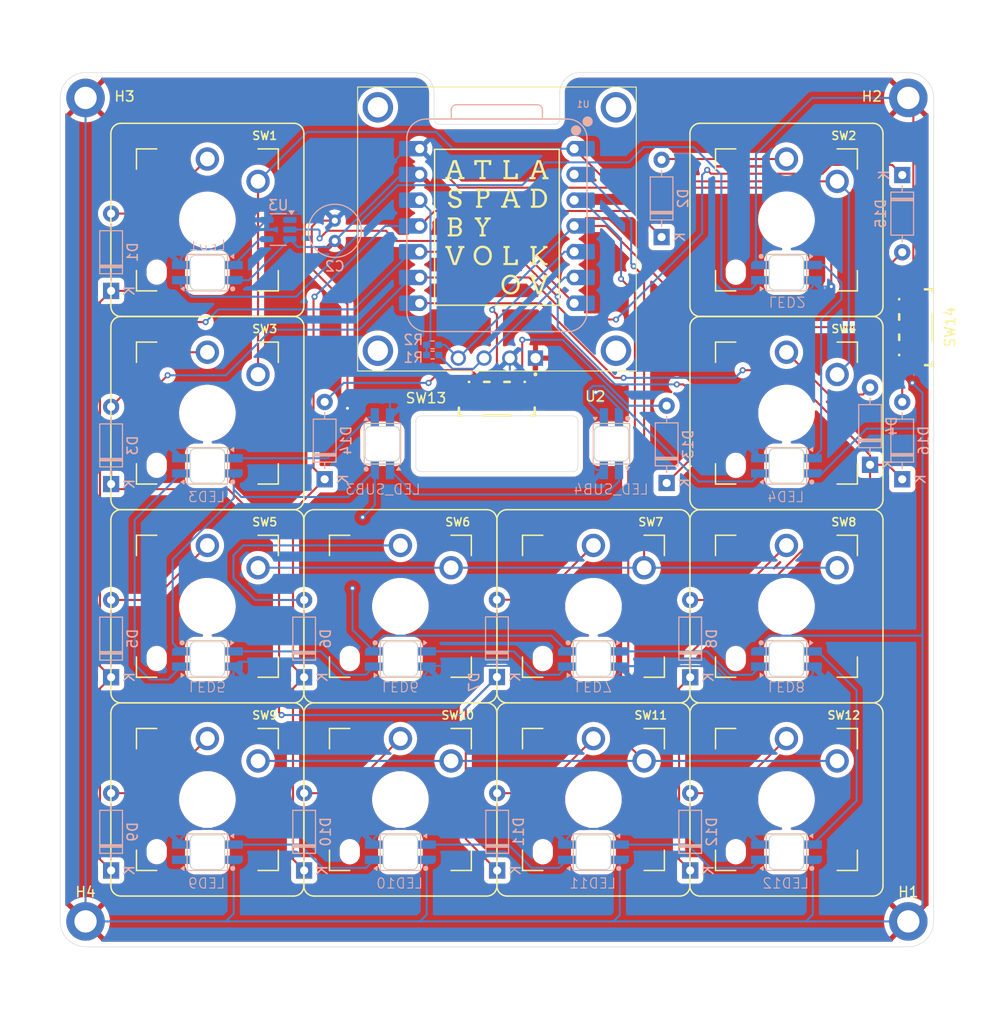
<source format=kicad_pcb>
(kicad_pcb (version 20240108) (generator "pcbnew") (generator_version "8.0")
  (layers (0 "F.Cu" signal) (31 "B.Cu" signal) (34 "B.Paste" user) (35 "F.Paste" user) (36 "B.SilkS" user "B.Silkscreen") (37 "F.SilkS" user "F.Silkscreen") (38 "B.Mask" user) (39 "F.Mask" user) (44 "Edge.Cuts" user))
  (net 0 "")
  (net 1 "Net-(D1-A)")
  (net 2 "ROW0")
  (net 3 "Net-(D2-A)")
  (net 4 "Net-(D3-A)")
  (net 5 "Net-(D4-A)")
  (net 6 "ROW3")
  (net 7 "Net-(D5-A)")
  (net 8 "ROW1")
  (net 9 "Net-(D6-A)")
  (net 10 "Net-(D7-A)")
  (net 11 "Net-(D8-A)")
  (net 12 "Net-(D9-A)")
  (net 13 "ROW2")
  (net 14 "Net-(D10-A)")
  (net 15 "Net-(D11-A)")
  (net 16 "Net-(D12-A)")
  (net 17 "VCC")
  (net 18 "GND")
  (net 19 "COL0")
  (net 20 "COL1")
  (net 21 "COL2")
  (net 22 "SCL")
  (net 23 "LED_DIN")
  (net 24 "SDA")
  (net 26 "Net-(LED1-DOUT)")
  (net 27 "Net-(LED2-DOUT)")
  (net 28 "Net-(LED3-DOUT)")
  (net 29 "Net-(LED4-DOUT)")
  (net 30 "Net-(LED5-DOUT)")
  (net 31 "Net-(D13-A)")
  (net 32 "Net-(LED10-DOUT)")
  (net 33 "COL3")
  (net 34 "LED_DIN_Shifted")
  (net 35 "3V3")
  (net 36 "Net-(D14-A)")
  (net 37 "Net-(LED6-DOUT)")
  (net 38 "Net-(LED7-DOUT)")
  (net 39 "Net-(D15-A)")
  (net 41 "Net-(D16-A)")
  (net 42 "Net-(LED3-DIN)")
  (net 43 "Net-(LED12-DIN)")
  (net 44 "Net-(LED10-DIN)")
  (net 45 "Net-(LED11-DIN)")
  (net 46 "Net-(LED_SUB3-DIN)")
  (footprint "LED_Reversed:SK6812MINI-E-Reverse" (layer "F.Cu") (at 58.7 63.5 -90)
    (property "Reference" "LED_SUB3")
    (property "Value" "SK6812MINIE" (hide yes))
    (fp_line (start 1.2 1.7) (end -1.2 1.7) (stroke (width 0.1)) (layer "Edge.Cuts"))
    (fp_line (start -1.7 1.2) (end -1.7 -1.2) (stroke (width 0.1)) (layer "Edge.Cuts"))
    (fp_line (start 1.7 -1.2) (end 1.7 1.2) (stroke (width 0.1)) (layer "Edge.Cuts"))
    (fp_line (start -1.2 -1.7) (end 1.2 -1.7) (stroke (width 0.1)) (layer "Edge.Cuts"))
    (fp_arc (start -1.2 1.7) (mid -1.553553 1.553553) (end -1.7 1.2) (stroke (width 0.1)) (layer "Edge.Cuts"))
    (fp_arc (start 1.7 1.2) (mid 1.553553 1.553553) (end 1.2 1.7) (stroke (width 0.1)) (layer "Edge.Cuts"))
    (fp_arc (start -1.7 -1.2) (mid -1.553553 -1.553553) (end -1.2 -1.7) (stroke (width 0.1)) (layer "Edge.Cuts"))
    (fp_arc (start 1.2 -1.7) (mid 1.553553 -1.553553) (end 1.7 -1.2) (stroke (width 0.1)) (layer "Edge.Cuts"))
  )
  (footprint "OLED_096_636:AZ_OLED-096-SD1306" (layer "F.Cu") (at 70 42.325 180)
    (property "Reference" "U2")
    (property "Value" "DM-OLED096-636")
  )
  (footprint "Kailh_PG1353_Solderable:Kailh-PG1353-Solderable-1U" (layer "F.Cu") (at 41.425 41.425)
    (property "Reference" "SW1")
    (property "Value" "Keyswitch")
  )
  (footprint "Kailh_PG1353_Solderable:Kailh-PG1353-Solderable-1U" (layer "F.Cu") (at 98.575 60.475)
    (property "Reference" "SW4")
    (property "Value" "Keyswitch")
  )
  (footprint "MountingHole:MountingHole_2.2mm_M2_DIN965_Pad" (layer "F.Cu") (at 110.6 29.4)
    (property "Reference" "H2")
    (property "Value" "MountingHole_Pad")
  )
  (footprint "MountingHole:MountingHole_2.2mm_M2_DIN965_Pad" (layer "F.Cu") (at 29.4 29.4)
    (property "Reference" "H3")
    (property "Value" "MountingHole_Pad")
  )
  (footprint "Kailh_PG1353_Solderable:Kailh-PG1353-Solderable-1U" (layer "F.Cu") (at 60.475 79.525)
    (property "Reference" "SW6")
    (property "Value" "Keyswitch")
  )
  (footprint "Kailh_PG1353_Solderable:Kailh-PG1353-Solderable-1U" (layer "F.Cu") (at 41.425 98.575)
    (property "Reference" "SW9")
    (property "Value" "Keyswitch")
  )
  (footprint "MountingHole:MountingHole_2.2mm_M2_DIN965_Pad" (layer "F.Cu") (at 110.6 110.6)
    (property "Reference" "H1")
    (property "Value" "MountingHole_Pad")
  )
  (footprint "assets:L1Simple" (layer "F.Cu") (at 70 42.15)
    (property "Reference" "G***" (hide yes))
    (property "Value" "LOGO" (hide yes))
  )
  (footprint "EC05E1220203:SW-SMD_EC05E1220203" (layer "F.Cu") (at 70 58 180)
    (property "Reference" "SW13")
    (property "Value" "EC05E1220203")
  )
  (footprint "LED_Reversed:SK6812MINI-E-Reverse" (layer "F.Cu") (at 98.575 84.725 180)
    (property "Reference" "LED8")
    (property "Value" "SK6812MINIE" (hide yes))
    (fp_line (start 1.7 -1.2) (end 1.7 1.2) (stroke (width 0.1)) (layer "Edge.Cuts"))
    (fp_line (start 1.2 1.7) (end -1.2 1.7) (stroke (width 0.1)) (layer "Edge.Cuts"))
    (fp_line (start -1.2 -1.7) (end 1.2 -1.7) (stroke (width 0.1)) (layer "Edge.Cuts"))
    (fp_line (start -1.7 1.2) (end -1.7 -1.2) (stroke (width 0.1)) (layer "Edge.Cuts"))
    (fp_arc (start 1.7 1.2) (mid 1.553553 1.553553) (end 1.2 1.7) (stroke (width 0.1)) (layer "Edge.Cuts"))
    (fp_arc (start 1.2 -1.7) (mid 1.553553 -1.553553) (end 1.7 -1.2) (stroke (width 0.1)) (layer "Edge.Cuts"))
    (fp_arc (start -1.2 1.7) (mid -1.553553 1.553553) (end -1.7 1.2) (stroke (width 0.1)) (layer "Edge.Cuts"))
    (fp_arc (start -1.7 -1.2) (mid -1.553553 -1.553553) (end -1.2 -1.7) (stroke (width 0.1)) (layer "Edge.Cuts"))
  )
  (footprint "Kailh_PG1353_Solderable:Kailh-PG1353-Solderable-1U" (layer "F.Cu") (at 98.575 98.575)
    (property "Reference" "SW12")
    (property "Value" "Keyswitch")
  )
  (footprint "LED_Reversed:SK6812MINI-E-Reverse" (layer "F.Cu") (at 98.575 46.625 180)
    (property "Reference" "LED2")
    (property "Value" "SK6812MINIE" (hide yes))
    (fp_line (start 1.7 -1.2) (end 1.7 1.2) (stroke (width 0.1)) (layer "Edge.Cuts"))
    (fp_line (start 1.2 1.7) (end -1.2 1.7) (stroke (width 0.1)) (layer "Edge.Cuts"))
    (fp_line (start -1.2 -1.7) (end 1.2 -1.7) (stroke (width 0.1)) (layer "Edge.Cuts"))
    (fp_line (start -1.7 1.2) (end -1.7 -1.2) (stroke (width 0.1)) (layer "Edge.Cuts"))
    (fp_arc (start 1.7 1.2) (mid 1.553553 1.553553) (end 1.2 1.7) (stroke (width 0.1)) (layer "Edge.Cuts"))
    (fp_arc (start 1.2 -1.7) (mid 1.553553 -1.553553) (end 1.7 -1.2) (stroke (width 0.1)) (layer "Edge.Cuts"))
    (fp_arc (start -1.2 1.7) (mid -1.553553 1.553553) (end -1.7 1.2) (stroke (width 0.1)) (layer "Edge.Cuts"))
    (fp_arc (start -1.7 -1.2) (mid -1.553553 -1.553553) (end -1.2 -1.7) (stroke (width 0.1)) (layer "Edge.Cuts"))
  )
  (footprint "MountingHole:MountingHole_2.2mm_M2_DIN965_Pad" (layer "F.Cu") (at 29.4 110.6)
    (property "Reference" "H4")
    (property "Value" "MountingHole_Pad")
  )
  (footprint "LED_Reversed:SK6812MINI-E-Reverse" (layer "F.Cu") (at 41.425 103.775)
    (property "Reference" "LED9")
    (property "Value" "SK6812MINIE" (hide yes))
    (fp_line (start -1.7 1.2) (end -1.7 -1.2) (stroke (width 0.1)) (layer "Edge.Cuts"))
    (fp_line (start -1.2 -1.7) (end 1.2 -1.7) (stroke (width 0.1)) (layer "Edge.Cuts"))
    (fp_line (start 1.2 1.7) (end -1.2 1.7) (stroke (width 0.1)) (layer "Edge.Cuts"))
    (fp_line (start 1.7 -1.2) (end 1.7 1.2) (stroke (width 0.1)) (layer "Edge.Cuts"))
    (fp_arc (start -1.7 -1.2) (mid -1.553553 -1.553553) (end -1.2 -1.7) (stroke (width 0.1)) (layer "Edge.Cuts"))
    (fp_arc (start -1.2 1.7) (mid -1.553553 1.553553) (end -1.7 1.2) (stroke (width 0.1)) (layer "Edge.Cuts"))
    (fp_arc (start 1.2 -1.7) (mid 1.553553 -1.553553) (end 1.7 -1.2) (stroke (width 0.1)) (layer "Edge.Cuts"))
    (fp_arc (start 1.7 1.2) (mid 1.553553 1.553553) (end 1.2 1.7) (stroke (width 0.1)) (layer "Edge.Cuts"))
  )
  (footprint "LED_Reversed:SK6812MINI-E-Reverse" (layer "F.Cu") (at 41.425 84.725 180)
    (property "Reference" "LED5")
    (property "Value" "SK6812MINIE" (hide yes))
    (fp_line (start 1.7 -1.2) (end 1.7 1.2) (stroke (width 0.1)) (layer "Edge.Cuts"))
    (fp_line (start 1.2 1.7) (end -1.2 1.7) (stroke (width 0.1)) (layer "Edge.Cuts"))
    (fp_line (start -1.2 -1.7) (end 1.2 -1.7) (stroke (width 0.1)) (layer "Edge.Cuts"))
    (fp_line (start -1.7 1.2) (end -1.7 -1.2) (stroke (width 0.1)) (layer "Edge.Cuts"))
    (fp_arc (start 1.7 1.2) (mid 1.553553 1.553553) (end 1.2 1.7) (stroke (width 0.1)) (layer "Edge.Cuts"))
    (fp_arc (start 1.2 -1.7) (mid 1.553553 -1.553553) (end 1.7 -1.2) (stroke (width 0.1)) (layer "Edge.Cuts"))
    (fp_arc (start -1.2 1.7) (mid -1.553553 1.553553) (end -1.7 1.2) (stroke (width 0.1)) (layer "Edge.Cuts"))
    (fp_arc (start -1.7 -1.2) (mid -1.553553 -1.553553) (end -1.2 -1.7) (stroke (width 0.1)) (layer "Edge.Cuts"))
  )
  (footprint "LED_Reversed:SK6812MINI-E-Reverse" (layer "F.Cu") (at 81.3 63.5 90)
    (property "Reference" "LED_SUB4")
    (property "Value" "SK6812MINIE" (hide yes))
    (fp_line (start -1.2 -1.7) (end 1.2 -1.7) (stroke (width 0.1)) (layer "Edge.Cuts"))
    (fp_line (start 1.7 -1.2) (end 1.7 1.2) (stroke (width 0.1)) (layer "Edge.Cuts"))
    (fp_line (start -1.7 1.2) (end -1.7 -1.2) (stroke (width 0.1)) (layer "Edge.Cuts"))
    (fp_line (start 1.2 1.7) (end -1.2 1.7) (stroke (width 0.1)) (layer "Edge.Cuts"))
    (fp_arc (start 1.2 -1.7) (mid 1.553553 -1.553553) (end 1.7 -1.2) (stroke (width 0.1)) (layer "Edge.Cuts"))
    (fp_arc (start -1.7 -1.2) (mid -1.553553 -1.553553) (end -1.2 -1.7) (stroke (width 0.1)) (layer "Edge.Cuts"))
    (fp_arc (start 1.7 1.2) (mid 1.553553 1.553553) (end 1.2 1.7) (stroke (width 0.1)) (layer "Edge.Cuts"))
    (fp_arc (start -1.2 1.7) (mid -1.553553 1.553553) (end -1.7 1.2) (stroke (width 0.1)) (layer "Edge.Cuts"))
  )
  (footprint "LED_Reversed:SK6812MINI-E-Reverse" (layer "F.Cu") (at 60.475 84.725 180)
    (property "Reference" "LED6")
    (property "Value" "SK6812MINIE" (hide yes))
    (fp_line (start 1.7 -1.2) (end 1.7 1.2) (stroke (width 0.1)) (layer "Edge.Cuts"))
    (fp_line (start 1.2 1.7) (end -1.2 1.7) (stroke (width 0.1)) (layer "Edge.Cuts"))
    (fp_line (start -1.2 -1.7) (end 1.2 -1.7) (stroke (width 0.1)) (layer "Edge.Cuts"))
    (fp_line (start -1.7 1.2) (end -1.7 -1.2) (stroke (width 0.1)) (layer "Edge.Cuts"))
    (fp_arc (start 1.7 1.2) (mid 1.553553 1.553553) (end 1.2 1.7) (stroke (width 0.1)) (layer "Edge.Cuts"))
    (fp_arc (start 1.2 -1.7) (mid 1.553553 -1.553553) (end 1.7 -1.2) (stroke (width 0.1)) (layer "Edge.Cuts"))
    (fp_arc (start -1.2 1.7) (mid -1.553553 1.553553) (end -1.7 1.2) (stroke (width 0.1)) (layer "Edge.Cuts"))
    (fp_arc (start -1.7 -1.2) (mid -1.553553 -1.553553) (end -1.2 -1.7) (stroke (width 0.1)) (layer "Edge.Cuts"))
  )
  (footprint "LED_Reversed:SK6812MINI-E-Reverse" (layer "F.Cu") (at 79.525 84.725 180)
    (property "Reference" "LED7")
    (property "Value" "SK6812MINIE" (hide yes))
    (fp_line (start 1.7 -1.2) (end 1.7 1.2) (stroke (width 0.1)) (layer "Edge.Cuts"))
    (fp_line (start 1.2 1.7) (end -1.2 1.7) (stroke (width 0.1)) (layer "Edge.Cuts"))
    (fp_line (start -1.2 -1.7) (end 1.2 -1.7) (stroke (width 0.1)) (layer "Edge.Cuts"))
    (fp_line (start -1.7 1.2) (end -1.7 -1.2) (stroke (width 0.1)) (layer "Edge.Cuts"))
    (fp_arc (start 1.7 1.2) (mid 1.553553 1.553553) (end 1.2 1.7) (stroke (width 0.1)) (layer "Edge.Cuts"))
    (fp_arc (start 1.2 -1.7) (mid 1.553553 -1.553553) (end 1.7 -1.2) (stroke (width 0.1)) (layer "Edge.Cuts"))
    (fp_arc (start -1.2 1.7) (mid -1.553553 1.553553) (end -1.7 1.2) (stroke (width 0.1)) (layer "Edge.Cuts"))
    (fp_arc (start -1.7 -1.2) (mid -1.553553 -1.553553) (end -1.2 -1.7) (stroke (width 0.1)) (layer "Edge.Cuts"))
  )
  (footprint "LED_Reversed:SK6812MINI-E-Reverse" (layer "F.Cu") (at 41.425 46.625)
    (property "Reference" "LED1")
    (property "Value" "SK6812MINIE" (hide yes))
    (fp_line (start -1.7 1.2) (end -1.7 -1.2) (stroke (width 0.1)) (layer "Edge.Cuts"))
    (fp_line (start -1.2 -1.7) (end 1.2 -1.7) (stroke (width 0.1)) (layer "Edge.Cuts"))
    (fp_line (start 1.2 1.7) (end -1.2 1.7) (stroke (width 0.1)) (layer "Edge.Cuts"))
    (fp_line (start 1.7 -1.2) (end 1.7 1.2) (stroke (width 0.1)) (layer "Edge.Cuts"))
    (fp_arc (start -1.7 -1.2) (mid -1.553553 -1.553553) (end -1.2 -1.7) (stroke (width 0.1)) (layer "Edge.Cuts"))
    (fp_arc (start -1.2 1.7) (mid -1.553553 1.553553) (end -1.7 1.2) (stroke (width 0.1)) (layer "Edge.Cuts"))
    (fp_arc (start 1.2 -1.7) (mid 1.553553 -1.553553) (end 1.7 -1.2) (stroke (width 0.1)) (layer "Edge.Cuts"))
    (fp_arc (start 1.7 1.2) (mid 1.553553 1.553553) (end 1.2 1.7) (stroke (width 0.1)) (layer "Edge.Cuts"))
  )
  (footprint "Kailh_PG1353_Solderable:Kailh-PG1353-Solderable-1U" (layer "F.Cu") (at 98.575 79.525)
    (property "Reference" "SW8")
    (property "Value" "Keyswitch")
  )
  (footprint "LED_Reversed:SK6812MINI-E-Reverse" (layer "F.Cu") (at 98.575 65.675)
    (property "Reference" "LED4")
    (property "Value" "SK6812MINIE" (hide yes))
    (fp_line (start -1.7 1.2) (end -1.7 -1.2) (stroke (width 0.1)) (layer "Edge.Cuts"))
    (fp_line (start -1.2 -1.7) (end 1.2 -1.7) (stroke (width 0.1)) (layer "Edge.Cuts"))
    (fp_line (start 1.2 1.7) (end -1.2 1.7) (stroke (width 0.1)) (layer "Edge.Cuts"))
    (fp_line (start 1.7 -1.2) (end 1.7 1.2) (stroke (width 0.1)) (layer "Edge.Cuts"))
    (fp_arc (start -1.7 -1.2) (mid -1.553553 -1.553553) (end -1.2 -1.7) (stroke (width 0.1)) (layer "Edge.Cuts"))
    (fp_arc (start -1.2 1.7) (mid -1.553553 1.553553) (end -1.7 1.2) (stroke (width 0.1)) (layer "Edge.Cuts"))
    (fp_arc (start 1.2 -1.7) (mid 1.553553 -1.553553) (end 1.7 -1.2) (stroke (width 0.1)) (layer "Edge.Cuts"))
    (fp_arc (start 1.7 1.2) (mid 1.553553 1.553553) (end 1.2 1.7) (stroke (width 0.1)) (layer "Edge.Cuts"))
  )
  (footprint "Kailh_PG1353_Solderable:Kailh-PG1353-Solderable-1U" (layer "F.Cu") (at 41.425 79.525)
    (property "Reference" "SW5")
    (property "Value" "Keyswitch")
  )
  (footprint "Kailh_PG1353_Solderable:Kailh-PG1353-Solderable-1U" (layer "F.Cu") (at 41.425 60.475)
    (property "Reference" "SW3")
    (property "Value" "Keyswitch")
  )
  (footprint "LED_Reversed:SK6812MINI-E-Reverse" (layer "F.Cu") (at 79.525 103.775)
    (property "Reference" "LED11")
    (property "Value" "SK6812MINIE" (hide yes))
    (fp_line (start -1.7 1.2) (end -1.7 -1.2) (stroke (width 0.1)) (layer "Edge.Cuts"))
    (fp_line (start -1.2 -1.7) (end 1.2 -1.7) (stroke (width 0.1)) (layer "Edge.Cuts"))
    (fp_line (start 1.2 1.7) (end -1.2 1.7) (stroke (width 0.1)) (layer "Edge.Cuts"))
    (fp_line (start 1.7 -1.2) (end 1.7 1.2) (stroke (width 0.1)) (layer "Edge.Cuts"))
    (fp_arc (start -1.7 -1.2) (mid -1.553553 -1.553553) (end -1.2 -1.7) (stroke (width 0.1)) (layer "Edge.Cuts"))
    (fp_arc (start -1.2 1.7) (mid -1.553553 1.553553) (end -1.7 1.2) (stroke (width 0.1)) (layer "Edge.Cuts"))
    (fp_arc (start 1.2 -1.7) (mid 1.553553 -1.553553) (end 1.7 -1.2) (stroke (width 0.1)) (layer "Edge.Cuts"))
    (fp_arc (start 1.7 1.2) (mid 1.553553 1.553553) (end 1.2 1.7) (stroke (width 0.1)) (layer "Edge.Cuts"))
  )
  (footprint "EC05E1220203:SW-SMD_EC05E1220203" (layer "F.Cu") (at 110.3 52 -90)
    (property "Reference" "SW14")
    (property "Value" "EC05E1220203")
  )
  (footprint "Kailh_PG1353_Solderable:Kailh-PG1353-Solderable-1U" (layer "F.Cu") (at 79.525 98.575)
    (property "Reference" "SW11")
    (property "Value" "Keyswitch")
  )
  (footprint "LED_Reversed:SK6812MINI-E-Reverse" (layer "F.Cu") (at 98.575 103.775)
    (property "Reference" "LED12")
    (property "Value" "SK6812MINIE" (hide yes))
    (fp_line (start -1.7 1.2) (end -1.7 -1.2) (stroke (width 0.1)) (layer "Edge.Cuts"))
    (fp_line (start -1.2 -1.7) (end 1.2 -1.7) (stroke (width 0.1)) (layer "Edge.Cuts"))
    (fp_line (start 1.2 1.7) (end -1.2 1.7) (stroke (width 0.1)) (layer "Edge.Cuts"))
    (fp_line (start 1.7 -1.2) (end 1.7 1.2) (stroke (width 0.1)) (layer "Edge.Cuts"))
    (fp_arc (start -1.7 -1.2) (mid -1.553553 -1.553553) (end -1.2 -1.7) (stroke (width 0.1)) (layer "Edge.Cuts"))
    (fp_arc (start -1.2 1.7) (mid -1.553553 1.553553) (end -1.7 1.2) (stroke (width 0.1)) (layer "Edge.Cuts"))
    (fp_arc (start 1.2 -1.7) (mid 1.553553 -1.553553) (end 1.7 -1.2) (stroke (width 0.1)) (layer "Edge.Cuts"))
    (fp_arc (start 1.7 1.2) (mid 1.553553 1.553553) (end 1.2 1.7) (stroke (width 0.1)) (layer "Edge.Cuts"))
  )
  (footprint "Kailh_PG1353_Solderable:Kailh-PG1353-Solderable-1U" (layer "F.Cu") (at 79.525 79.525)
    (property "Reference" "SW7")
    (property "Value" "Keyswitch")
  )
  (footprint "LED_Reversed:SK6812MINI-E-Reverse" (layer "F.Cu") (at 41.425 65.675)
    (property "Reference" "LED3")
    (property "Value" "SK6812MINIE" (hide yes))
    (fp_line (start -1.7 1.2) (end -1.7 -1.2) (stroke (width 0.1)) (layer "Edge.Cuts"))
    (fp_line (start -1.2 -1.7) (end 1.2 -1.7) (stroke (width 0.1)) (layer "Edge.Cuts"))
    (fp_line (start 1.2 1.7) (end -1.2 1.7) (stroke (width 0.1)) (layer "Edge.Cuts"))
    (fp_line (start 1.7 -1.2) (end 1.7 1.2) (stroke (width 0.1)) (layer "Edge.Cuts"))
    (fp_arc (start -1.7 -1.2) (mid -1.553553 -1.553553) (end -1.2 -1.7) (stroke (width 0.1)) (layer "Edge.Cuts"))
    (fp_arc (start -1.2 1.7) (mid -1.553553 1.553553) (end -1.7 1.2) (stroke (width 0.1)) (layer "Edge.Cuts"))
    (fp_arc (start 1.2 -1.7) (mid 1.553553 -1.553553) (end 1.7 -1.2) (stroke (width 0.1)) (layer "Edge.Cuts"))
    (fp_arc (start 1.7 1.2) (mid 1.553553 1.553553) (end 1.2 1.7) (stroke (width 0.1)) (layer "Edge.Cuts"))
  )
  (footprint "LED_Reversed:SK6812MINI-E-Reverse" (layer "F.Cu") (at 60.475 103.775)
    (property "Reference" "LED10")
    (property "Value" "SK6812MINIE" (hide yes))
    (fp_line (start -1.7 1.2) (end -1.7 -1.2) (stroke (width 0.1)) (layer "Edge.Cuts"))
    (fp_line (start -1.2 -1.7) (end 1.2 -1.7) (stroke (width 0.1)) (layer "Edge.Cuts"))
    (fp_line (start 1.2 1.7) (end -1.2 1.7) (stroke (width 0.1)) (layer "Edge.Cuts"))
    (fp_line (start 1.7 -1.2) (end 1.7 1.2) (stroke (width 0.1)) (layer "Edge.Cuts"))
    (fp_arc (start -1.7 -1.2) (mid -1.553553 -1.553553) (end -1.2 -1.7) (stroke (width 0.1)) (layer "Edge.Cuts"))
    (fp_arc (start -1.2 1.7) (mid -1.553553 1.553553) (end -1.7 1.2) (stroke (width 0.1)) (layer "Edge.Cuts"))
    (fp_arc (start 1.2 -1.7) (mid 1.553553 -1.553553) (end 1.7 -1.2) (stroke (width 0.1)) (layer "Edge.Cuts"))
    (fp_arc (start 1.7 1.2) (mid 1.553553 1.553553) (end 1.2 1.7) (stroke (width 0.1)) (layer "Edge.Cuts"))
  )
  (footprint "Kailh_PG1353_Solderable:Kailh-PG1353-Solderable-1U" (layer "F.Cu") (at 98.575 41.425)
    (property "Reference" "SW2")
    (property "Value" "Keyswitch")
  )
  (footprint "Kailh_PG1353_Solderable:Kailh-PG1353-Solderable-1U" (layer "F.Cu") (at 60.475 98.575)
    (property "Reference" "SW10")
    (property "Value" "Keyswitch")
  )
  (footprint "Diode_THT:D_DO-35_SOD27_P7.62mm_Horizontal" (layer "B.Cu") (at 50.975 105.575 90)
    (property "Reference" "D10")
    (property "Value" "1N4148")
  )
  (footprint "Diode_THT:D_DO-35_SOD27_P7.62mm_Horizontal" (layer "B.Cu") (at 86.75 67.37 90)
    (property "Reference" "D13")
    (property "Value" "1N4148")
  )
  (footprint "Diode_THT:D_DO-35_SOD27_P7.62mm_Horizontal" (layer "B.Cu") (at 89.075 86.525 90)
    (property "Reference" "D8")
    (property "Value" "1N4148")
  )
  (footprint "Diode_THT:D_DO-35_SOD27_P7.62mm_Horizontal" (layer "B.Cu") (at 89.075 105.575 90)
    (property "Reference" "D12")
    (property "Value" "1N4148")
  )
  (footprint "Diode_THT:D_DO-35_SOD27_P7.62mm_Horizontal" (layer "B.Cu") (at 31.925 86.525 90)
    (property "Reference" "D5")
    (property "Value" "1N4148")
  )
  (footprint "Diode_THT:D_DO-35_SOD27_P7.62mm_Horizontal" (layer "B.Cu") (at 53 67 90)
    (property "Reference" "D14")
    (property "Value" "1N4148")
  )
  (footprint "Diode_THT:D_DO-35_SOD27_P7.62mm_Horizontal" (layer "B.Cu") (at 110 37 -90)
    (property "Reference" "D15")
    (property "Value" "1N4148")
  )
  (footprint "Diode_THT:D_DO-35_SOD27_P7.62mm_Horizontal" (layer "B.Cu") (at 31.925 105.575 90)
    (property "Reference" "D9")
    (property "Value" "1N4148")
  )
  (footprint "Resistor_SMD:R_0402_1005Metric_Pad0.72x0.64mm_HandSolder" (layer "B.Cu") (at 63.6525 54.75)
    (property "Reference" "R1")
    (property "Value" "10k")
  )
  (footprint "Diode_THT:D_DO-35_SOD27_P7.62mm_Horizontal" (layer "B.Cu") (at 31.925 48.425 90)
    (property "Reference" "D1")
    (property "Value" "1N4148")
  )
  (footprint "Diode_THT:D_DO-35_SOD27_P7.62mm_Horizontal" (layer "B.Cu") (at 70.025 105.575 90)
    (property "Reference" "D11")
    (property "Value" "1N4148")
  )
  (footprint "Package_TO_SOT_SMD:SOT-23-5" (layer "B.Cu") (at 48.425 42.375 180)
    (property "Reference" "U3")
    (property "Value" "SN74LV1T34DBV")
  )
  (footprint "Diode_THT:D_DO-35_SOD27_P7.62mm_Horizontal" (layer "B.Cu") (at 106.825 65.575 90)
    (property "Reference" "D4")
    (property "Value" "1N4148")
  )
  (footprint "Diode_THT:D_DO-35_SOD27_P7.62mm_Horizontal" (layer "B.Cu") (at 70 86.5 90)
    (property "Reference" "D7")
    (property "Value" "1N4148")
  )
  (footprint "Diode_THT:D_DO-35_SOD27_P7.62mm_Horizontal" (layer "B.Cu") (at 86.25 43.12 90)
    (property "Reference" "D2")
    (property "Value" "1N4148")
  )
  (footprint "Seeed Studio XIAO Series Library:XIAO-RP2040-DIP" (layer "B.Cu") (at 70 42.025 180)
    (property "Reference" "U1")
    (property "Value" "XIAO-RP2040-DIP")
  )
  (footprint "Diode_THT:D_DO-35_SOD27_P7.62mm_Horizontal" (layer "B.Cu") (at 50.975 86.525 90)
    (property "Reference" "D6")
    (property "Value" "1N4148")
  )
  (footprint "Resistor_SMD:R_0402_1005Metric_Pad0.72x0.64mm_HandSolder" (layer "B.Cu") (at 63.6525 53.75)
    (property "Reference" "R2")
    (property "Value" "10k")
  )
  (footprint "Diode_THT:D_DO-35_SOD27_P7.62mm_Horizontal" (layer "B.Cu") (at 110 67 90)
    (property "Reference" "D16")
    (property "Value" "1N4148")
  )
  (footprint "Capacitor_THT:C_Radial_D5.0mm_H7.0mm_P2.00mm" (layer "B.Cu") (at 54 43.5 90)
    (property "Reference" "C2")
    (property "Value" "22uF")
  )
  (footprint "Diode_THT:D_DO-35_SOD27_P7.62mm_Horizontal" (layer "B.Cu") (at 31.925 67.475 90)
    (property "Reference" "D3")
    (property "Value" "1N4148")
  )
  (gr_arc (start 77.5 60.75) (mid 77.853553 60.896447) (end 78 61.25) (stroke (width 0.05)) (layer "Edge.Cuts"))
  (gr_arc (start 29.4 113.1) (mid 27.632233 112.367767) (end 26.9 110.6) (stroke (width 0.05)) (layer "Edge.Cuts"))
  (gr_arc (start 110.6 26.9) (mid 112.367767 27.632233) (end 113.1 29.4) (stroke (width 0.05)) (layer "Edge.Cuts"))
  (gr_arc (start 78 65.75) (mid 77.853553 66.103553) (end 77.5 66.25) (stroke (width 0.05)) (layer "Edge.Cuts"))
  (gr_line (start 61.8 26.9) (end 29.4 26.9) (stroke (width 0.05)) (layer "Edge.Cuts"))
  (gr_line (start 110.6 113.1) (end 29.4 113.1) (stroke (width 0.05)) (layer "Edge.Cuts"))
  (gr_arc (start 64.3 32) (mid 63.946447 31.853553) (end 63.8 31.5) (stroke (width 0.05)) (layer "Edge.Cuts"))
  (gr_line (start 75.7 32) (end 64.3 32) (stroke (width 0.05)) (layer "Edge.Cuts"))
  (gr_arc (start 76.2 31.5) (mid 76.053553 31.853553) (end 75.7 32) (stroke (width 0.05)) (layer "Edge.Cuts"))
  (gr_line (start 26.9 110.6) (end 26.9 29.4) (stroke (width 0.05)) (layer "Edge.Cuts"))
  (gr_line (start 63.8 28.9) (end 63.8 31.5) (stroke (width 0.05)) (layer "Edge.Cuts"))
  (gr_line (start 76.2 28.9) (end 76.2 31.5) (stroke (width 0.05)) (layer "Edge.Cuts"))
  (gr_line (start 113.1 29.4) (end 113.1 110.6) (stroke (width 0.05)) (layer "Edge.Cuts"))
  (gr_line (start 78 61.25) (end 78 65.75) (stroke (width 0.05)) (layer "Edge.Cuts"))
  (gr_line (start 62.5 60.75) (end 77.5 60.75) (stroke (width 0.05)) (layer "Edge.Cuts"))
  (gr_arc (start 61.8 26.9) (mid 63.214214 27.485786) (end 63.8 28.9) (stroke (width 0.05)) (layer "Edge.Cuts"))
  (gr_arc (start 113.1 110.6) (mid 112.367767 112.367767) (end 110.6 113.1) (stroke (width 0.05)) (layer "Edge.Cuts"))
  (gr_arc (start 26.9 29.4) (mid 27.632233 27.632233) (end 29.4 26.9) (stroke (width 0.05)) (layer "Edge.Cuts"))
  (gr_arc (start 62.5 66.25) (mid 62.146447 66.103553) (end 62 65.75) (stroke (width 0.05)) (layer "Edge.Cuts"))
  (gr_arc (start 76.2 28.9) (mid 76.785786 27.485786) (end 78.2 26.9) (stroke (width 0.05)) (layer "Edge.Cuts"))
  (gr_line (start 110.6 26.9) (end 78.2 26.9) (stroke (width 0.05)) (layer "Edge.Cuts"))
  (gr_line (start 77.5 66.25) (end 62.5 66.25) (stroke (width 0.05)) (layer "Edge.Cuts"))
  (gr_line (start 62 65.75) (end 62 61.25) (stroke (width 0.05)) (layer "Edge.Cuts"))
  (gr_arc (start 62 61.25) (mid 62.146447 60.896447) (end 62.5 60.75) (stroke (width 0.05)) (layer "Edge.Cuts"))
  (segment (start 31.925 40.805) (end 36.045 40.805) (width 0.2) (layer "F.Cu") (net 1))
  (segment (start 36.045 40.805) (end 41.425 35.425) (width 0.2) (layer "F.Cu") (net 1))
  (segment (start 89.25 64.87) (end 89.25 58.5) (width 0.2) (layer "F.Cu") (net 2))
  (segment (start 38.5 51.5) (end 41.25 51.5) (width 0.2) (layer "F.Cu") (net 2))
  (segment (start 31.925 86.525) (end 30.825 85.425) (width 0.2) (layer "F.Cu") (net 2))
  (segment (start 35.425 48.425) (end 38.5 51.5) (width 0.2) (layer "F.Cu") (net 2))
  (segment (start 30.825 87.625) (end 31.925 86.525) (width 0.2) (layer "F.Cu") (net 2))
  (segment (start 30.825 49.525) (end 31.925 48.425) (width 0.2) (layer "F.Cu") (net 2))
  (segment (start 89.25 58.5) (end 88.4 57.65) (width 0.2) (layer "F.Cu") (net 2))
  (segment (start 88.4 57.65) (end 87.75 57.65) (width 0.2) (layer "F.Cu") (net 2))
  (segment (start 30.825 104.475) (end 30.825 87.625) (width 0.2) (layer "F.Cu") (net 2))
  (segment (start 86.75 67.37) (end 89.25 64.87) (width 0.2) (layer "F.Cu") (net 2))
  (segment (start 62.38 44.565) (end 71.565 44.565) (width 0.2) (layer "F.Cu") (net 2))
  (segment (start 30.825 85.425) (end 30.825 49.525) (width 0.2) (layer "F.Cu") (net 2))
  (segment (start 32 105.65) (end 32 106) (width 0.2) (layer "F.Cu") (net 2))
  (segment (start 31.925 105.575) (end 30.825 104.475) (width 0.2) (layer "F.Cu") (net 2))
  (segment (start 31.925 48.425) (end 35.425 48.425) (width 0.2) (layer "F.Cu") (net 2))
  (segment (start 71.565 44.565) (end 76 49) (width 0.2) (layer "F.Cu") (net 2))
  (segment (start 31.925 105.575) (end 32 105.65) (width 0.2) (layer "F.Cu") (net 2))
  (via (at 87.75 57.65) (size 0.6) (drill 0.3) (layers "F.Cu" "B.Cu") (net 2))
  (via (at 76 49) (size 0.6) (drill 0.3) (layers "F.Cu" "B.Cu") (net 2))
  (via (at 41.25 51.5) (size 0.6) (drill 0.3) (layers "F.Cu" "B.Cu") (net 2))
  (segment (start 41.25 51.5) (end 42.5 50.25) (width 0.2) (layer "B.Cu") (net 2))
  (segment (start 81.65 57.65) (end 87.75 57.65) (width 0.2) (layer "B.Cu") (net 2))
  (segment (start 55.86 50.25) (end 61.545 44.565) (width 0.2) (layer "B.Cu") (net 2))
  (segment (start 76 49) (end 76 52) (width 0.2) (layer "B.Cu") (net 2))
  (segment (start 42.5 50.25) (end 55.86 50.25) (width 0.2) (layer "B.Cu") (net 2))
  (segment (start 76 52) (end 81.65 57.65) (width 0.2) (layer "B.Cu") (net 2))
  (segment (start 86.325 35.425) (end 86.25 35.5) (width 0.2) (layer "F.Cu") (net 3))
  (segment (start 98.575 35.425) (end 86.325 35.425) (width 0.2) (layer "F.Cu") (net 3))
  (segment (start 37.305 54.475) (end 41.425 54.475) (width 0.2) (layer "F.Cu") (net 4))
  (segment (start 31.925 59.855) (end 37.305 54.475) (width 0.2) (layer "F.Cu") (net 4))
  (segment (start 106.825 57.955) (end 106.13061 58.64939) (width 0.2) (layer "F.Cu") (net 5))
  (segment (start 102.74939 58.64939) (end 98.575 54.475) (width 0.2) (layer "F.Cu") (net 5))
  (segment (start 106.13061 58.64939) (end 102.74939 58.64939) (width 0.2) (layer "F.Cu") (net 5))
  (segment (start 89.075 105.575) (end 87.975 104.475) (width 0.2) (layer "F.Cu") (net 6))
  (segment (start 97.65061 76.5) (end 106.825 67.32561) (width 0.2) (layer "F.Cu") (net 6))
  (segment (start 87.975 104.475) (end 87.975 87.625) (width 0.2) (layer "F.Cu") (net 6))
  (segment (start 94.25 56.25) (end 98.451219 56.25) (width 0.2) (layer "F.Cu") (net 6))
  (segment (start 81.629415 57) (end 82.5 57) (width 0.2) (layer "F.Cu") (net 6))
  (segment (start 87.975 87.625) (end 89.075 86.525) (width 0.2) (layer "F.Cu") (net 6))
  (segment (start 106.825 64.623781) (end 106.825 65.575) (width 0.2) (layer "F.Cu") (net 6))
  (segment (start 62.38 49.645) (end 74.274415 49.645) (width 0.2) (layer "F.Cu") (net 6))
  (segment (start 89.075 84.175) (end 96.75 76.5) (width 0.2) (layer "F.Cu") (net 6))
  (segment (start 106.825 65.575) (end 108.575 65.575) (width 0.2) (layer "F.Cu") (net 6))
  (segment (start 89.075 86.525) (end 89.075 84.175) (width 0.2) (layer "F.Cu") (net 6))
  (segment (start 108.575 65.575) (end 110 67) (width 0.2) (layer "F.Cu") (net 6))
  (segment (start 74.274415 49.645) (end 81.629415 57) (width 0.2) (layer "F.Cu") (net 6))
  (segment (start 106.825 67.32561) (end 106.825 65.575) (width 0.2) (layer "F.Cu") (net 6))
  (segment (start 96.75 76.5) (end 97.65061 76.5) (width 0.2) (layer "F.Cu") (net 6))
  (segment (start 98.451219 56.25) (end 106.825 64.623781) (width 0.2) (layer "F.Cu") (net 6))
  (via (at 82.5 57) (size 0.6) (drill 0.3) (layers "F.Cu" "B.Cu") (net 6))
  (via (at 94.25 56.25) (size 0.6) (drill 0.3) (layers "F.Cu" "B.Cu") (net 6))
  (segment (start 94.25 56.25) (end 93.5 57) (width 0.2) (layer "B.Cu") (net 6))
  (segment (start 93.5 57) (end 82.5 57) (width 0.2) (layer "B.Cu") (net 6))
  (segment (start 31.925 78.905) (end 36.045 78.905) (width 0.2) (layer "F.Cu") (net 7))
  (segment (start 36.045 78.905) (end 41.425 73.525) (width 0.2) (layer "F.Cu") (net 7))
  (segment (start 49.875 104.475) (end 49.875 87.625) (width 0.2) (layer "F.Cu") (net 8))
  (segment (start 49.875 85.425) (end 49.875 70.125) (width 0.2) (layer "F.Cu") (net 8))
  (segment (start 50.975 86.525) (end 49.875 85.425) (width 0.2) (layer "F.Cu") (net 8))
  (segment (start 51.9 49.1) (end 52 49) (width 0.2) (layer "F.Cu") (net 8))
  (segment (start 53 67) (end 51.9 65.9) (width 0.2) (layer "F.Cu") (net 8))
  (segment (start 51.9 65.9) (end 51.9 49.1) (width 0.2) (layer "F.Cu") (net 8))
  (segment (start 83.677 40.547) (end 63.858 40.547) (width 0.2) (layer "F.Cu") (net 8))
  (segment (start 63.858 40.547) (end 62.38 42.025) (width 0.2) (layer "F.Cu") (net 8))
  (segment (start 49.875 87.625) (end 50.975 86.525) (width 0.2) (layer "F.Cu") (net 8))
  (segment (start 49.875 70.125) (end 53 67) (width 0.2) (layer "F.Cu") (net 8))
  (segment (start 50.975 105.575) (end 49.875 104.475) (width 0.2) (layer "F.Cu") (net 8))
  (segment (start 86.25 43.12) (end 83.677 40.547) (width 0.2) (layer "F.Cu") (net 8))
  (via (at 52 49) (size 0.6) (drill 0.3) (layers "F.Cu" "B.Cu") (net 8))
  (segment (start 58.975 42.025) (end 62.38 42.025) (width 0.2) (layer "B.Cu") (net 8))
  (segment (start 52 49) (end 58.975 42.025) (width 0.2) (layer "B.Cu") (net 8))
  (segment (start 44.975 73.525) (end 44 74.5) (width 0.2) (layer "B.Cu") (net 9))
  (segment (start 44.975 73.525) (end 60.475 73.525) (width 0.2) (layer "B.Cu") (net 9))
  (segment (start 46.155 78.905) (end 50.975 78.905) (width 0.2) (layer "B.Cu") (net 9))
  (segment (start 44 74.5) (end 44 76.75) (width 0.2) (layer "B.Cu") (net 9))
  (segment (start 44 76.75) (end 46.155 78.905) (width 0.2) (layer "B.Cu") (net 9))
  (segment (start 74.17 78.88) (end 79.525 73.525) (width 0.2) (layer "F.Cu") (net 10))
  (segment (start 70 78.88) (end 74.17 78.88) (width 0.2) (layer "F.Cu") (net 10))
  (segment (start 89.075 78.905) (end 93.195 78.905) (width 0.2) (layer "F.Cu") (net 11))
  (segment (start 93.195 78.905) (end 98.575 73.525) (width 0.2) (layer "F.Cu") (net 11))
  (segment (start 36.045 97.955) (end 41.425 92.575) (width 0.2) (layer "F.Cu") (net 12))
  (segment (start 31.925 97.955) (end 36.045 97.955) (width 0.2) (layer "F.Cu") (net 12))
  (segment (start 103 36) (end 102.125 36.875) (width 0.2) (layer "F.Cu") (net 13))
  (segment (start 110 37) (end 109 36) (width 0.2) (layer "F.Cu") (net 13))
  (segment (start 91.125008 36.875) (end 90.750008 36.5) (width 0.2) (layer "F.Cu") (net 13))
  (segment (start 31.925 67.475) (end 32.425 67.975) (width 0.2) (layer "F.Cu") (net 13))
  (segment (start 70.025 105.575) (end 66.925 102.475) (width 0.2) (layer "F.Cu") (net 13))
  (segment (start 73.185761 47.105) (end 77.330761 51.25) (width 0.2) (layer "F.Cu") (net 13))
  (segment (start 66.925 102.475) (end 66.925 89.575) (width 0.2) (layer "F.Cu") (net 13))
  (segment (start 32.425 67.975) (end 43.475 67.975) (width 0.2) (layer "F.Cu") (net 13))
  (segment (start 48.5 90) (end 48.75 90.25) (width 0.2) (layer "F.Cu") (net 13))
  (segment (start 109 36) (end 103 36) (width 0.2) (layer "F.Cu") (net 13))
  (segment (start 48.5 73) (end 48.5 90) (width 0.2) (layer "F.Cu") (net 13))
  (segment (start 43.475 67.975) (end 48.5 73) (width 0.2) (layer "F.Cu") (net 13))
  (segment (start 66.925 89.575) (end 70 86.5) (width 0.2) (layer "F.Cu") (net 13))
  (segment (start 62.38 47.105) (end 73.185761 47.105) (width 0.2) (layer "F.Cu") (net 13))
  (segment (start 31.925 67.475) (end 31.925 62.325) (width 0.2) (layer "F.Cu") (net 13))
  (segment (start 77.330761 51.25) (end 81.75 51.25) (width 0.2) (layer "F.Cu") (net 13))
  (segment (start 31.925 62.325) (end 37.5 56.75) (width 0.2) (layer "F.Cu") (net 13))
  (segment (start 102.125 36.875) (end 91.125008 36.875) (width 0.2) (layer "F.Cu") (net 13))
  (via (at 37.5 56.75) (size 0.6) (drill 0.3) (layers "F.Cu" "B.Cu") (net 13))
  (via (at 48.75 90.25) (size 0.6) (drill 0.3) (layers "F.Cu" "B.Cu") (net 13))
  (via (at 81.75 51.25) (size 0.6) (drill 0.3) (layers "F.Cu" "B.Cu") (net 13))
  (via (at 90.750008 36.5) (size 0.6) (drill 0.3) (layers "F.Cu" "B.Cu") (net 13))
  (segment (start 43.25 56.75) (end 47.75 52.25) (width 0.2) (layer "B.Cu") (net 13))
  (segment (start 90.25 37.000008) (end 90.750008 36.5) (width 0.2) (layer "B.Cu") (net 13))
  (segment (start 56.4 52.25) (end 61.545 47.105) (width 0.2) (layer "B.Cu") (net 13))
  (segment (start 90.25 42.75) (end 90.25 37.000008) (width 0.2) (layer "B.Cu") (net 13))
  (segment (start 81.75 51.25) (end 90.25 42.75) (width 0.2) (layer "B.Cu") (net 13))
  (segment (start 48.75 90.25) (end 66.25 90.25) (width 0.2) (layer "B.Cu") (net 13))
  (segment (start 37.5 56.75) (end 43.25 56.75) (width 0.2) (layer "B.Cu") (net 13))
  (segment (start 47.75 52.25) (end 56.4 52.25) (width 0.2) (layer "B.Cu") (net 13))
  (segment (start 66.25 90.25) (end 70 86.5) (width 0.2) (layer "B.Cu") (net 13))
  (segment (start 55.095 97.955) (end 60.475 92.575) (width 0.2) (layer "F.Cu") (net 14))
  (segment (start 50.975 97.955) (end 55.095 97.955) (width 0.2) (layer "F.Cu") (net 14))
  (segment (start 70.025 97.955) (end 74.145 97.955) (width 0.2) (layer "F.Cu") (net 15))
  (segment (start 74.145 97.955) (end 79.525 92.575) (width 0.2) (layer "F.Cu") (net 15))
  (segment (start 93.195 97.955) (end 98.575 92.575) (width 0.2) (layer "F.Cu") (net 16))
  (segment (start 89.075 97.955) (end 93.195 97.955) (width 0.2) (layer "F.Cu") (net 16))
  (segment (start 51.724999 46.224999) (end 55.25 49.75) (width 0.2) (layer "F.Cu") (net 17))
  (segment (start 66.225 38.25) (end 101.25 38.25) (width 0.2) (layer "F.Cu") (net 17))
  (segment (start 51.724999 42.10576) (end 51.724999 46.224999) (width 0.2) (layer "F.Cu") (net 17))
  (segment (start 62.38 34.405) (end 66.225 38.25) (width 0.2) (layer "F.Cu") (net 17))
  (segment (start 103 40) (end 103 48) (width 0.2) (layer "F.Cu") (net 17))
  (segment (start 101.25 38.25) (end 103 40) (width 0.2) (layer "F.Cu") (net 17))
  (segment (start 54 41.5) (end 52.330759 41.5) (width 0.2) (layer "F.Cu") (net 17))
  (segment (start 55.25 49.75) (end 55.25 60) (width 0.2) (layer "F.Cu") (net 17))
  (segment (start 52.330759 41.5) (end 51.724999 42.10576) (width 0.2) (layer "F.Cu") (net 17))
  (via (at 55.25 60) (size 0.6) (drill 0.3) (layers "F.Cu" "B.Cu") (net 17))
  (via (at 103 48) (size 0.6) (drill 0.3) (layers "F.Cu" "B.Cu") (net 17))
  (segment (start 58.75 58.75) (end 56.5 58.75) (width 0.2) (layer "B.Cu") (net 17))
  (segment (start 54.537852 87.037852) (end 62.122148 87.037852) (width 0.2) (layer "B.Cu") (net 17))
  (segment (start 95.675 64.625) (end 95.975 64.925) (width 0.2) (layer "B.Cu") (net 17))
  (segment (start 63.075 86.085) (end 63.075 85.475) (width 0.2) (layer "B.Cu") (net 17))
  (segment (start 103 48) (end 101.8 48) (width 0.2) (layer "B.Cu") (net 17))
  (segment (start 71.27 58.48) (end 71.27 55.055) (width 0.2) (layer "B.Cu") (net 17))
  (segment (start 44.025 85.475) (end 44.5 85) (width 0.2) (layer "B.Cu") (net 17))
  (segment (start 42.86 87.25) (end 44.025 86.085) (width 0.2) (layer "B.Cu") (net 17))
  (segment (start 54 41.5) (end 61.095 34.405) (width 0.2) (layer "B.Cu") (net 17))
  (segment (start 95.975 103.025) (end 94.425 101.475) (width 0.2) (layer "B.Cu") (net 17))
  (segment (start 100.356744 87.037852) (end 101.175 86.219596) (width 0.2) (layer "B.Cu") (net 17))
  (segment (start 38.825 103.025) (end 38.825 102.415318) (width 0.2) (layer "B.Cu") (net 17))
  (segment (start 33.5 85.5) (end 35.25 87.25) (width 0.2) (layer "B.Cu") (net 17))
  (segment (start 35 61.1) (end 38.825 64.925) (width 0.2) (layer "B.Cu") (net 17))
  (segment (start 38.825 64.925) (end 37.925 64.025) (width 0.2) (layer "B.Cu") (net 17))
  (segment (start 47.8875 40.825) (end 47.2875 41.425) (width 0.2) (layer "B.Cu") (net 17))
  (segment (start 35 45.840812) (end 35 61.1) (width 0.2) (layer "B.Cu") (net 17))
  (segment (start 82.125 86.085) (end 82.125 85.475) (width 0.2) (layer "B.Cu") (net 17))
  (segment (start 44.025 86.085) (end 44.025 85.475) (width 0.2) (layer "B.Cu") (net 17))
  (segment (start 35.25 87.25) (end 42.86 87.25) (width 0.2) (layer "B.Cu") (net 17))
  (segment (start 71 58.75) (end 71.27 58.48) (width 0.2) (layer "B.Cu") (net 17))
  (segment (start 61.095 34.405) (end 62.38 34.405) (width 0.2) (layer "B.Cu") (net 17))
  (segment (start 37.75 101.95) (end 38.825 103.025) (width 0.2) (layer "B.Cu") (net 17))
  (segment (start 71 58.75) (end 77.5 58.75) (width 0.2) (layer "B.Cu") (net 17))
  (segment (start 93.212978 87.037852) (end 100.356744 87.037852) (width 0.2) (layer "B.Cu") (net 17))
  (segment (start 78.999732 65.249732) (end 79.85 66.1) (width 0.2) (layer "B.Cu") (net 17))
  (segment (start 101.175 86.219596) (end 101.175 85.475) (width 0.2) (layer "B.Cu") (net 17))
  (segment (start 56.5 58.75) (end 55.25 60) (width 0.2) (layer "B.Cu") (net 17))
  (segment (start 39.75 44.325) (end 44.3875 44.325) (width 0.2) (layer "B.Cu") (net 17))
  (segment (start 37.75 97.25) (end 37.75 101.95) (width 0.2) (layer "B.Cu") (net 17))
  (segment (start 59.45 59.45) (end 58.75 58.75) (width 0.2) (layer "B.Cu") (net 17))
  (segment (start 91.600126 85.425) (end 93.212978 87.037852) (width 0.2) (layer "B.Cu") (net 17))
  (segment (start 82.125 85.475) (end 82.175 85.425) (width 0.2) (layer "B.Cu") (net 17))
  (segment (start 75.375 101.475) (end 76.925 103.025) (width 0.2) (layer "B.Cu") (net 17))
  (segment (start 73.275 87.025) (end 81.185 87.025) (width 0.2) (layer "B.Cu") (net 17))
  (segment (start 57.875 103.025) (end 57.875 102.415) (width 0.2) (layer "B.Cu") (net 17))
  (segment (start 54 41.5) (end 53.325 40.825) (width 0.2) (layer "B.Cu") (net 17))
  (segment (start 81.185 87.025) (end 82.125 86.085) (width 0.2) (layer "B.Cu") (net 17))
  (segment (start 63.075 85.475) (end 63.15 85.4) (width 0.2) (layer "B.Cu") (net 17))
  (segment (start 61.6 58.75) (end 71 58.75) (width 0.2) (layer "B.Cu") (net 17))
  (segment (start 77.5 58.75) (end 78.999732 60.249732) (width 0.2) (layer "B.Cu") (net 17))
  (segment (start 59.45 60.9) (end 59.45 59.45) (width 0.2) (layer "B.Cu") (net 17))
  (segment (start 62.122148 87.037852) (end 63.075 86.085) (width 0.2) (layer "B.Cu") (net 17))
  (segment (start 44.025 85.475) (end 44.025 92.475) (width 0.2) (layer "B.Cu") (net 17))
  (segment (start 38.825 102.415318) (end 39.765318 101.475) (width 0.2) (layer "B.Cu") (net 17))
  (segment (start 71.65 85.4) (end 73.275 87.025) (width 0.2) (layer "B.Cu") (net 17))
  (segment (start 63.15 85.4) (end 71.65 85.4) (width 0.2) (layer "B.Cu") (net 17))
  (segment (start 39.765318 101.475) (end 56.325 101.475) (width 0.2) (layer "B.Cu") (net 17))
  (segment (start 33.5 66.25) (end 33.5 85.5) (width 0.2) (layer "B.Cu") (net 17))
  (segment (start 52.5 85) (end 54.537852 87.037852) (width 0.2) (layer "B.Cu") (net 17))
  (segment (start 38.825 45.175) (end 39.675 44.325) (width 0.2) (layer "B.Cu") (net 17))
  (segment (start 95.675 53.484682) (end 95.675 64.625) (width 0.2) (layer "B.Cu") (net 17))
  (segment (start 58.815 101.475) (end 75.375 101.475) (width 0.2) (layer "B.Cu") (net 17))
  (segment (start 41.75 94.75) (end 40.25 94.75) (width 0.2) (layer "B.Cu") (net 17))
  (segment (start 57.875 102.415) (end 58.815 101.475) (width 0.2) (layer "B.Cu") (net 17))
  (segment (start 78.999732 60.249732) (end 78.999732 65.249732) (width 0.2) (layer "B.Cu") (net 17))
  (segment (start 44.025 92.475) (end 41.75 94.75) (width 0.2) (layer "B.Cu") (net 17))
  (segment (start 44.5 85) (end 52.5 85) (width 0.2) (layer "B.Cu") (net 17))
  (segment (start 77.865 101.475) (end 76.925 102.415) (width 0.2) (layer "B.Cu") (net 17))
  (segment (start 44.3875 44.325) (end 47.2875 41.425) (width 0.2) (layer "B.Cu") (net 17))
  (segment (start 36.515812 44.325) (end 35 45.840812) (width 0.2) (layer "B.Cu") (net 17))
  (segment (start 39.75 44.325) (end 36.515812 44.325) (width 0.2) (layer "B.Cu") (net 17))
  (segment (start 38.825 45.875) (end 38.825 45.175) (width 0.2) (layer "B.Cu") (net 17))
  (segment (start 35.725 64.025) (end 33.5 66.25) (width 0.2) (layer "B.Cu") (net 17))
  (segment (start 59.45 60.9) (end 61.6 58.75) (width 0.2) (layer "B.Cu") (net 17))
  (segment (start 101.175 47.984682) (end 95.675 53.484682) (width 0.2) (layer "B.Cu") (net 17))
  (segment (start 76.925 102.415) (end 76.925 103.025) (width 0.2) (layer "B.Cu") (net 17))
  (segment (start 101.175 47.375) (end 101.175 47.984682) (width 0.2) (layer "B.Cu") (net 17))
  (segment (start 39.675 44.325) (end 39.75 44.325) (width 0.2) (layer "B.Cu") (net 17))
  (segment (start 101.8 48) (end 101.175 47.375) (width 0.2) (layer "B.Cu") (net 17))
  (segment (start 79.85 66.1) (end 80.55 66.1) (width 0.2) (layer "B.Cu") (net 17))
  (segment (start 56.325 101.475) (end 57.875 103.025) (width 0.2) (layer "B.Cu") (net 17))
  (segment (start 94.425 101.475) (end 77.865 101.475) (width 0.2) (layer "B.Cu") (net 17))
  (segment (start 37.925 64.025) (end 35.725 64.025) (width 0.2) (layer "B.Cu") (net 17))
  (segment (start 40.25 94.75) (end 37.75 97.25) (width 0.2) (layer "B.Cu") (net 17))
  (segment (start 53.325 40.825) (end 47.8875 40.825) (width 0.2) (layer "B.Cu") (net 17))
  (segment (start 82.175 85.425) (end 91.600126 85.425) (width 0.2) (layer "B.Cu") (net 17))
  (segment (start 67.95 60) (end 72.05 60) (width 0.2) (layer "F.Cu") (net 18))
  (segment (start 111.1 47.99) (end 111.1 29.9) (width 0.2) (layer "F.Cu") (net 18))
  (segment (start 73.63 58.42) (end 73.63 55.235) (width 0.2) (layer "F.Cu") (net 18))
  (segment (start 55.25 47) (end 55.25 44.75) (width 0.2) (layer "F.Cu") (net 18))
  (segment (start 61.4 52.4) (end 60.25 51.25) (width 0.2) (layer "F.Cu") (net 18))
  (segment (start 60.25 51.25) (end 59.5 51.25) (width 0.2) (layer "F.Cu") (net 18))
  (segment (start 61.4 60.790318) (end 61.4 67.85) (width 0.2) (layer "F.Cu") (net 18))
  (segment (start 110.72 55.63) (end 111.18 55.17) (width 0.2) (layer "F.Cu") (net 18))
  (segment (start 111.18 48.83) (end 110.72 48.37) (width 0.2) (layer "F.Cu") (net 18))
  (segment (start 58.5 70.75) (end 55.75 73.5) (width 0.2) (layer "F.Cu") (net 18))
  (segment (start 62.33 58.42) (end 66.37 58.42) (width 0.2) (layer "F.Cu") (net 18))
  (segment (start 61.4 60.790318) (end 61.4 52.4) (width 0.2) (layer "F.Cu") (net 18))
  (segment (start 73.63 58.42) (end 79.75 58.42) (width 0.2) (layer "F.Cu") (net 18))
  (segment (start 66.37 58.42) (end 67.95 60) (width 0.2) (layer "F.Cu") (net 18))
  (segment (start 59.5 51.25) (end 55.25 47) (width 0.2) (layer "F.Cu") (net 18))
  (segment (start 29.4 29.4) (end 33.625 33.625) (width 0.2) (layer "F.Cu") (net 18))
  (segment (start 72.05 60) (end 73.63 58.42) (width 0.2) (layer "F.Cu") (net 18))
  (segment (start 61.4 60.790318) (end 61.4 59.35) (width 0.2) (layer "F.Cu") (net 18))
  (segment (start 59.06 33.625) (end 62.38 36.945) (width 0.2) (layer "F.Cu") (net 18))
  (segment (start 73.63 55.235) (end 73.81 55.055) (width 0.2) (layer "F.Cu") (net 18))
  (segment (start 111 57.5) (end 111 55.91) (width 0.2) (layer "F.Cu") (net 18))
  (segment (start 111 55.91) (end 110.72 55.63) (width 0.2) (layer "F.Cu") (net 18))
  (segment (start 111.1 29.9) (end 110.6 29.4) (width 0.2) (layer "F.Cu") (net 18))
  (segment (start 58.5 70.75) (end 56.75 70.75) (width 0.2) (layer "F.Cu") (net 18))
  (segment (start 55.75 73.5) (end 55.75 77.75) (width 0.2) (layer "F.Cu") (net 18))
  (segment (start 55.25 44.75) (end 54 43.5) (width 0.2) (layer "F.Cu") (net 18))
  (segment (start 33.625 33.625) (end 59.06 33.625) (width 0.2) (layer "F.Cu") (net 18))
  (segment (start 111.18 55.17) (end 111.18 48.83) (width 0.2) (layer "F.Cu") (net 18))
  (segment (start 110.72 48.37) (end 111.1 47.99) (width 0.2) (layer "F.Cu") (net 18))
  (segment (start 61.4 67.85) (end 58.5 70.75) (width 0.2) (layer "F.Cu") (net 18))
  (segment (start 61.4 59.35) (end 62.33 58.42) (width 0.2) (layer "F.Cu") (net 18))
  (via (at 55.75 77.75) (size 0.6) (drill 0.3) (layers "F.Cu" "B.Cu") (net 18))
  (via (at 56.75 70.75) (size 0.6) (drill 0.3) (layers "F.Cu" "B.Cu") (net 18))
  (via (at 111 57.5) (size 0.6) (drill 0.3) (layers "F.Cu" "B.Cu") (net 18))
  (via (at 79.75 58.42) (size 0.6) (drill 0.3) (layers "F.Cu" "B.Cu") (net 18))
  (segment (start 82.05 60) (end 80.47 58.42) (width 0.2) (layer "B.Cu") (net 18))
  (segment (start 95.565 34.935) (end 95.565 45.465) (width 0.2) (layer "B.Cu") (net 18))
  (segment (start 57.875 83.975) (end 57.875 83.365318) (width 0.2) (layer "B.Cu") (net 18))
  (segment (start 45.5125 47.375) (end 49.5625 43.325) (width 0.2) (layer "B.Cu") (net 18))
  (segment (start 62.5 110.6) (end 62.5 110.5) (width 0.2) (layer "B.Cu") (net 18))
  (segment (start 57.875 83.365318) (end 58.815318 82.425) (width 0.2) (layer "B.Cu") (net 18))
  (segment (start 54 43.5) (end 53.4 44.1) (width 0.2) (layer "B.Cu") (net 18))
  (segment (start 80.47 58.42) (end 79.75 58.42) (width 0.2) (layer "B.Cu") (net 18))
  (segment (start 81.5 110.6) (end 62.5 110.6) (width 0.2) (layer "B.Cu") (net 18))
  (segment (start 44.775 68.75) (end 55.3 68.75) (width 0.2) (layer "B.Cu") (net 18))
  (segment (start 111.825 82.425) (end 112 82.25) (width 0.2) (layer "B.Cu") (net 18))
  (segment (start 100.5 110.6) (end 81.5 110.6) (width 0.2) (layer "B.Cu") (net 18))
  (segment (start 112 58.5) (end 111 57.5) (width 0.2) (layer "B.Cu") (net 18))
  (segment (start 112 82.25) (end 112 62) (width 0.2) (layer "B.Cu") (net 18))
  (segment (start 38 83.15) (end 38.825 83.975) (width 0.2) (layer "B.Cu") (net 18))
  (segment (start 57.95 66.1) (end 57.95 69.55) (width 0.2) (layer "B.Cu") (net 18))
  (segment (start 82.125 109.975) (end 82.125 104.525) (width 0.2) (layer "B.Cu") (net 18))
  (segment (start 50.3375 44.1) (end 49.5625 43.325) (width 0.2) (layer "B.Cu") (net 18))
  (segment (start 110.6 110.6) (end 112 109.2) (width 0.2) (layer "B.Cu") (net 18))
  (segment (start 43.25 110.6) (end 44.025 109.825) (width 0.2) (layer "B.Cu") (net 18))
  (segment (start 82.05 60.9) (end 82.05 60) (width 0.2) (layer "B.Cu") (net 18))
  (segment (start 38 74.89939) (end 38 83.15) (width 0.2) (layer "B.Cu") (net 18))
  (segment (start 44.025 68) (end 44.775 68.75) (width 0.2) (layer "B.Cu") (net 18))
  (segment (start 44.025 47.375) (end 45.5125 47.375) (width 0.2) (layer "B.Cu") (net 18))
  (segment (start 44.025 109.825) (end 44.025 104.525) (width 0.2) (layer "B.Cu") (net 18))
  (segment (start 101.175 104.525) (end 101.175 109.925) (width 0.2) (layer "B.Cu") (net 18))
  (segment (start 75.375 82.425) (end 76.925 83.975) (width 0.2) (layer "B.Cu") (net 18))
  (segment (start 101.175 109.925) (end 100.5 110.6) (width 0.2) (layer "B.Cu") (net 18))
  (segment (start 95.975 83.365318) (end 96.915318 82.425) (width 0.2) (layer "B.Cu") (net 18))
  (segment (start 43.25 110.6) (end 29.4 110.6) (width 0.2) (layer "B.Cu") (net 18))
  (segment (start 60.555 36.945) (end 61.545 36.945) (width 0.2) (layer "B.Cu") (net 18))
  (segment (start 55.75 81.85) (end 55.75 77.75) (width 0.2) (layer "B.Cu") (net 18))
  (segment (start 54 43.5) (end 60.555 36.945) (width 0.2) (layer "B.Cu") (net 18))
  (segment (start 44.025 66.425) (end 44.025 68) (width 0.2) (layer "B.Cu") (net 18))
  (segment (start 29.4 29.4) (end 29.4 110.6) (width 0.2) (layer "B.Cu") (net 18))
  (segment (start 106.5 62) (end 112 62) (width 0.2) (layer "B.Cu") (net 18))
  (segment (start 112 62) (end 112 58.5) (width 0.2) (layer "B.Cu") (net 18))
  (segment (start 44.025 68) (end 44.025 68.87439) (width 0.2) (layer "B.Cu") (net 18))
  (segment (start 62.5 110.5) (end 63.075 109.925) (width 0.2) (layer "B.Cu") (net 18))
  (segment (start 96.915318 82.425) (end 111.825 82.425) (width 0.2) (layer "B.Cu") (net 18))
  (segment (start 81.5 110.6) (end 82.125 109.975) (width 0.2) (layer "B.Cu") (net 18))
  (segment (start 110.6 29.4) (end 101.1 29.4) (width 0.2) (layer "B.Cu") (net 18))
  (segment (start 63.075 109.925) (end 63.075 104.525) (width 0.2) (layer "B.Cu") (net 18))
  (segment (start 101.1 29.4) (end 95.565 34.935) (width 0.2) (layer "B.Cu") (net 18))
  (segment (start 95.565 45.465) (end 95.975 45.875) (width 0.2) (layer "B.Cu") (net 18))
  (segment (start 62.5 110.6) (end 43.25 110.6) (width 0.2) (layer "B.Cu") (net 18))
  (segment (start 44.025 68.87439) (end 38 74.89939) (width 0.2) (layer "B.Cu") (net 18))
  (segment (start 95.975 83.975) (end 95.975 83.365318) (width 0.2) (layer "B.Cu") (net 18))
  (segment (start 53.4 44.1) (end 50.3375 44.1) (width 0.2) (layer "B.Cu") (net 18))
  (segment (start 101.175 66.425) (end 102.075 66.425) (width 0.2) (layer "B.Cu") (net 18))
  (segment (start 112 109.2) (end 112 82.25) (width 0.2) (layer "B.Cu") (net 18))
  (segment (start 102.075 66.425) (end 106.5 62) (width 0.2) (layer "B.Cu") (net 18))
  (segment (start 57.875 83.975) (end 55.75 81.85) (width 0.2) (layer "B.Cu") (net 18))
  (segment (start 110.6 110.6) (end 100.5 110.6) (width 0.2) (layer "B.Cu") (net 18))
  (segment (start 55.3 68.75) (end 57.95 66.1) (width 0.2) (layer "B.Cu") (net 18))
  (segment (start 57.95 69.55) (end 56.75 70.75) (width 0.2) (layer "B.Cu") (net 18))
  (segment (start 58.815318 82.425) (end 75.375 82.425) (width 0.2) (layer "B.Cu") (net 18))
  (segment (start 80.84 37.625) (end 103.575 37.625) (width 0.2) (layer "F.Cu") (net 19))
  (segment (start 46.425 37.625) (end 46.425 56.675) (width 0.2) (layer "F.Cu") (net 19))
  (segment (start 77.62 34.405) (end 80.84 37.625) (width 0.2) (layer "F.Cu") (net 19))
  (segment (start 104.725 55.525) (end 104.725 38.775) (width 0.2) (layer "B.Cu") (net 19))
  (segment (start 51.3 32.75) (end 63.990318 32.75) (width 0.2) (layer "B.Cu") (net 19))
  (segment (start 104.725 38.775) (end 103.575 37.625) (width 0.2) (layer "B.Cu") (net 19))
  (segment (start 103.575 56.675) (end 104.725 55.525) (width 0.2) (layer "B.Cu") (net 19))
  (segment (start 46.425 37.625) (end 51.3 32.75) (width 0.2) (layer "B.Cu") (net 19))
  (segment (start 63.990318 32.75) (end 65.645318 34.405) (width 0.2) (layer "B.Cu") (net 19))
  (segment (start 65.645318 34.405) (end 77.62 34.405) (width 0.2) (layer "B.Cu") (net 19))
  (segment (start 84.525 47.025) (end 83.5 46) (width 0.2) (layer "F.Cu") (net 20))
  (segment (start 84.525 75.725) (end 84.525 47.025) (width 0.2) (layer "F.Cu") (net 20))
  (via (at 83.5 46) (size 0.6) (drill 0.3) (layers "F.Cu" "B.Cu") (net 20))
  (segment (start 83.25 41.49737) (end 78.69763 36.945) (width 0.2) (layer "B.Cu") (net 20))
  (segment (start 83.5 46) (end 83.25 45.75) (width 0.2) (layer "B.Cu") (net 20))
  (segment (start 84.525 75.725) (end 65.475 75.725) (width 0.2) (layer "B.Cu") (net 20))
  (segment (start 83.25 45.75) (end 83.25 41.49737) (width 0.2) (layer "B.Cu") (net 20))
  (segment (start 78.69763 36.945) (end 77.62 36.945) (width 0.2) (layer "B.Cu") (net 20))
  (segment (start 103.575 75.725) (end 84.525 75.725) (width 0.2) (layer "B.Cu") (net 20))
  (segment (start 65.475 75.725) (end 46.425 75.725) (width 0.2) (layer "B.Cu") (net 20))
  (segment (start 83.612852 65.14683) (end 83.612852 48.612852) (width 0.2) (layer "F.Cu") (net 21))
  (segment (start 83.612852 48.612852) (end 82.25 47.25) (width 0.2) (layer "F.Cu") (net 21))
  (segment (start 82.959682 93.209682) (end 82.959682 65.8) (width 0.2) (layer "F.Cu") (net 21))
  (segment (start 82.959682 65.8) (end 83.612852 65.14683) (width 0.2) (layer "F.Cu") (net 21))
  (segment (start 84.525 94.775) (end 82.959682 93.209682) (width 0.2) (layer "F.Cu") (net 21))
  (via (at 82.25 47.25) (size 0.6) (drill 0.3) (layers "F.Cu" "B.Cu") (net 21))
  (segment (start 65.475 94.775) (end 84.525 94.775) (width 0.2) (layer "B.Cu") (net 21))
  (segment (start 82.25 47.25) (end 82.25 43.28) (width 0.2) (layer "B.Cu") (net 21))
  (segment (start 84.525 94.775) (end 103.575 94.775) (width 0.2) (layer "B.Cu") (net 21))
  (segment (start 82.25 43.28) (end 78.455 39.485) (width 0.2) (layer "B.Cu") (net 21))
  (segment (start 46.425 94.775) (end 65.475 94.775) (width 0.2) (layer "B.Cu") (net 21))
  (segment (start 68.73 55.055) (end 76.68 47.105) (width 0.2) (layer "B.Cu") (net 22))
  (segment (start 76.68 47.105) (end 77.62 47.105) (width 0.2) (layer "B.Cu") (net 22))
  (segment (start 64.25 54.75) (end 65.609 56.109) (width 0.2) (layer "B.Cu") (net 22))
  (segment (start 65.609 56.109) (end 67.676 56.109) (width 0.2) (layer "B.Cu") (net 22))
  (segment (start 67.676 56.109) (end 68.73 55.055) (width 0.2) (layer "B.Cu") (net 22))
  (segment (start 60.0435 43.503) (end 59.040497 42.499997) (width 0.2) (layer "F.Cu") (net 23))
  (segment (start 53.250003 42.499997) (end 52.5 43.25) (width 0.2) (layer "F.Cu") (net 23))
  (segment (start 77.62 49.645) (end 71.478 43.503) (width 0.2) (layer "F.Cu") (net 23))
  (segment (start 71.478 43.503) (end 60.0435 43.503) (width 0.2) (layer "F.Cu") (net 23))
  (segment (start 59.040497 42.499997) (end 53.250003 42.499997) (width 0.2) (layer "F.Cu") (net 23))
  (via (at 52.5 43.25) (size 0.6) (drill 0.3) (layers "F.Cu" "B.Cu") (net 23))
  (segment (start 52.5 42.5) (end 52.5 43.25) (width 0.2) (layer "B.Cu") (net 23))
  (segment (start 49.5625 42.375) (end 52.375 42.375) (width 0.2) (layer "B.Cu") (net 23))
  (segment (start 52.375 42.375) (end 52.5 42.5) (width 0.2) (layer "B.Cu") (net 23))
  (segment (start 64.25 53.75) (end 64.885 53.75) (width 0.2) (layer "B.Cu") (net 24))
  (segment (start 76.68 44.565) (end 77.62 44.565) (width 0.2) (layer "B.Cu") (net 24))
  (segment (start 64.885 53.75) (end 66.19 55.055) (width 0.2) (layer "B.Cu") (net 24))
  (segment (start 66.19 55.055) (end 76.68 44.565) (width 0.2) (layer "B.Cu") (net 24))
  (segment (start 60.224393 38.007) (end 62.800214 38.007) (width 0.2) (layer "B.Cu") (net 26))
  (segment (start 38.825 47.375) (end 38.825 47.985) (width 0.2) (layer "B.Cu") (net 26))
  (segment (start 62.807214 38) (end 72.5 38) (width 0.2) (layer "B.Cu") (net 26))
  (segment (start 84.5 34.25) (end 89.419239 34.25) (width 0.2) (layer "B.Cu") (net 26))
  (segment (start 93.090812 48.25) (end 95.1 48.25) (width 0.2) (layer "B.Cu") (net 26))
  (segment (start 92.15 36.980761) (end 92.15 47.309188) (width 0.2) (layer "B.Cu") (net 26))
  (segment (start 74.75 35.75) (end 83 35.75) (width 0.2) (layer "B.Cu") (net 26))
  (segment (start 56.25 42.934314) (end 56.25 41.981393) (width 0.2) (layer "B.Cu") (net 26))
  (segment (start 39.84 49) (end 50.184314 49) (width 0.2) (layer "B.Cu") (net 26))
  (segment (start 62.800214 38.007) (end 62.807214 38) (width 0.2) (layer "B.Cu") (net 26))
  (segment (start 50.184314 49) (end 56.25 42.934314) (width 0.2) (layer "B.Cu") (net 26))
  (segment (start 89.419239 34.25) (end 92.15 36.980761) (width 0.2) (layer "B.Cu") (net 26))
  (segment (start 83 35.75) (end 84.5 34.25) (width 0.2) (layer "B.Cu") (net 26))
  (segment (start 56.25 41.981393) (end 60.224393 38.007) (width 0.2) (layer "B.Cu") (net 26))
  (segment (start 38.825 47.985) (end 39.84 49) (width 0.2) (layer "B.Cu") (net 26))
  (segment (start 92.15 47.309188) (end 93.090812 48.25) (width 0.2) (layer "B.Cu") (net 26))
  (segment (start 72.5 38) (end 74.75 35.75) (width 0.2) (layer "B.Cu") (net 26))
  (segment (start 95.1 48.25) (end 95.975 47.375) (width 0.2) (layer "B.Cu") (net 26))
  (segment (start 102 64.1) (end 102 51.25) (width 0.2) (layer "B.Cu") (net 27))
  (segment (start 102.275 45.875) (end 101.175 45.875) (width 0.2) (layer "B.Cu") (net 27))
  (segment (start 104 49.25) (end 104 47.6) (width 0.2) (layer "B.Cu") (net 27))
  (segment (start 101.175 64.925) (end 102 64.1) (width 0.2) (layer "B.Cu") (net 27))
  (segment (start 102 51.25) (end 104 49.25) (width 0.2) (layer "B.Cu") (net 27))
  (segment (start 104 47.6) (end 102.275 45.875) (width 0.2) (layer "B.Cu") (net 27))
  (segment (start 35.75 86.75) (end 37.55 86.75) (width 0.2) (layer "B.Cu") (net 28))
  (segment (start 38.825 66.425) (end 34.25 71) (width 0.2) (layer "B.Cu") (net 28))
  (segment (start 37.55 86.75) (end 38.825 85.475) (width 0.2) (layer "B.Cu") (net 28))
  (segment (start 34.25 85.25) (end 35.75 86.75) (width 0.2) (layer "B.Cu") (net 28))
  (segment (start 34.25 71) (end 34.25 85.25) (width 0.2) (layer "B.Cu") (net 28))
  (segment (start 89.909314 67.225) (end 95.175 67.225) (width 0.2) (layer "B.Cu") (net 29))
  (segment (start 80.55 60.9) (end 79.1 59.45) (width 0.2) (layer "B.Cu") (net 29))
  (segment (start 95.175 67.225) (end 95.975 66.425) (width 0.2) (layer "B.Cu") (net 29))
  (segment (start 79.1 59.45) (end 79.1 58.150761) (width 0.2) (layer "B.Cu") (net 29))
  (segment (start 79.1 58.150761) (end 79.450761 57.8) (width 0.2) (layer "B.Cu") (net 29))
  (segment (start 79.450761 57.8) (end 80.484314 57.8) (width 0.2) (layer "B.Cu") (net 29))
  (segment (start 80.484314 57.8) (end 89.909314 67.225) (width 0.2) (layer "B.Cu") (net 29))
  (segment (start 57.075 86.275) (end 57.875 85.475) (width 0.2) (layer "B.Cu") (net 30))
  (segment (start 54.915812 86.275) (end 57.075 86.275) (width 0.2) (layer "B.Cu") (net 30))
  (segment (start 52.615812 83.975) (end 54.915812 86.275) (width 0.2) (layer "B.Cu") (net 30))
  (segment (start 44.025 83.975) (end 52.615812 83.975) (width 0.2) (layer "B.Cu") (net 30))
  (segment (start 72.499997 55.880003) (end 72.499997 53.250003) (width 0.2) (layer "F.Cu") (net 31))
  (segment (start 72 57.58) (end 72 56.38) (width 0.2) (layer "F.Cu") (net 31))
  (segment (start 72 56.38) (end 72.499997 55.880003) (width 0.2) (layer "F.Cu") (net 31))
  (via (at 72.499997 53.250003) (size 0.6) (drill 0.3) (layers "F.Cu" "B.Cu") (net 31))
  (segment (start 72.499997 53.250003) (end 76.500003 53.250003) (width 0.2) (layer "B.Cu") (net 31))
  (segment (start 76.500003 53.250003) (end 83 59.75) (width 0.2) (layer "B.Cu") (net 31))
  (segment (start 83 59.75) (end 86.75 59.75) (width 0.2) (layer "B.Cu") (net 31))
  (segment (start 57.875 104.525) (end 57.075 105.325) (width 0.2) (layer "B.Cu") (net 32))
  (segment (start 50.525 103.025) (end 44.025 103.025) (width 0.2) (layer "B.Cu") (net 32))
  (segment (start 52.825 105.325) (end 50.525 103.025) (width 0.2) (layer "B.Cu") (net 32))
  (segment (start 57.075 105.325) (end 52.825 105.325) (width 0.2) (layer "B.Cu") (net 32))
  (segment (start 109.88 52) (end 90.75 52) (width 0.2) (layer "F.Cu") (net 33))
  (segment (start 80.775 42.025) (end 77.62 42.025) (width 0.2) (layer "F.Cu") (net 33))
  (segment (start 70 50.761609) (end 69.533391 50.295) (width 0.2) (layer "F.Cu") (net 33))
  (segment (start 90.75 52) (end 80.775 42.025) (width 0.2) (layer "F.Cu") (net 33))
  (segment (start 70 57.58) (end 70 50.761609) (width 0.2) (layer "F.Cu") (net 33))
  (via (at 69.533391 50.295) (size 0.6) (drill 0.3) (layers "F.Cu" "B.Cu") (net 33))
  (segment (start 77.62 42.025) (end 69.533391 50.111609) (width 0.2) (layer "B.Cu") (net 33))
  (segment (start 69.533391 50.111609) (end 69.533391 50.295) (width 0.2) (layer "B.Cu") (net 33))
  (segment (start 46.575 43.325) (end 47.2875 43.325) (width 0.2) (layer "B.Cu") (net 34))
  (segment (start 44.025 45.875) (end 46.575 43.325) (width 0.2) (layer "B.Cu") (net 34))
  (segment (start 63.055 53.75) (end 63.055 53.695) (width 0.2) (layer "B.Cu") (net 35))
  (segment (start 63.442 53.308) (end 63.442 40.547) (width 0.2) (layer "B.Cu") (net 35))
  (segment (start 63.055 54.75) (end 63.055 53.75) (width 0.2) (layer "B.Cu") (net 35))
  (segment (start 63.055 53.695) (end 63.442 53.308) (width 0.2) (layer "B.Cu") (net 35))
  (segment (start 63.442 40.547) (end 62.38 39.485) (width 0.2) (layer "B.Cu") (net 35))
  (segment (start 68 57.58) (end 68 56.75) (width 0.2) (layer "F.Cu") (net 36))
  (segment (start 68 56.75) (end 67.5 56.25) (width 0.2) (layer "F.Cu") (net 36))
  (segment (start 67.5 56.25) (end 64.5 56.25) (width 0.2) (layer "F.Cu") (net 36))
  (segment (start 64.5 56.25) (end 63.25 57.5) (width 0.2) (layer "F.Cu") (net 36))
  (via (at 63.25 57.5) (size 0.6) (drill 0.3) (layers "F.Cu" "B.Cu") (net 36))
  (segment (start 54.88 57.5) (end 63.25 57.5) (width 0.2) (layer "B.Cu") (net 36))
  (segment (start 53 59.38) (end 54.88 57.5) (width 0.2) (layer "B.Cu") (net 36))
  (segment (start 73.965812 86.275) (end 76.125 86.275) (width 0.2) (layer "B.Cu") (net 37))
  (segment (start 71.665812 83.975) (end 73.965812 86.275) (width 0.2) (layer "B.Cu") (net 37))
  (segment (start 63.075 83.975) (end 71.665812 83.975) (width 0.2) (layer "B.Cu") (net 37))
  (segment (start 76.125 86.275) (end 76.925 85.475) (width 0.2) (layer "B.Cu") (net 37))
  (segment (start 95.175 86.275) (end 95.975 85.475) (width 0.2) (layer "B.Cu") (net 38))
  (segment (start 90.715812 83.975) (end 93.015812 86.275) (width 0.2) (layer "B.Cu") (net 38))
  (segment (start 82.125 83.975) (end 90.715812 83.975) (width 0.2) (layer "B.Cu") (net 38))
  (segment (start 93.015812 86.275) (end 95.175 86.275) (width 0.2) (layer "B.Cu") (net 38))
  (segment (start 108.75 50) (end 109.88 50) (width 0.2) (layer "F.Cu") (net 39))
  (segment (start 110 44.62) (end 108.5 46.12) (width 0.2) (layer "F.Cu") (net 39))
  (segment (start 108.5 46.12) (end 108.5 49.75) (width 0.2) (layer "F.Cu") (net 39))
  (segment (start 108.5 49.75) (end 108.75 50) (width 0.2) (layer "F.Cu") (net 39))
  (segment (start 108.25 56) (end 108.25 54.5) (width 0.2) (layer "F.Cu") (net 41))
  (segment (start 109.63 54.25) (end 109.88 54) (width 0.2) (layer "F.Cu") (net 41))
  (segment (start 108.25 54.5) (end 108.5 54.25) (width 0.2) (layer "F.Cu") (net 41))
  (segment (start 110 57.75) (end 108.25 56) (width 0.2) (layer "F.Cu") (net 41))
  (segment (start 110 59.38) (end 110 57.75) (width 0.2) (layer "F.Cu") (net 41))
  (segment (start 108.5 54.25) (end 109.63 54.25) (width 0.2) (layer "F.Cu") (net 41))
  (segment (start 53.315318 64.925) (end 57.340318 60.9) (width 0.2) (layer "B.Cu") (net 42))
  (segment (start 57.340318 60.9) (end 57.95 60.9) (width 0.2) (layer "B.Cu") (net 42))
  (segment (start 44.025 64.925) (end 53.315318 64.925) (width 0.2) (layer "B.Cu") (net 42))
  (segment (start 105.5 98.7) (end 101.175 103.025) (width 0.2) (layer "B.Cu") (net 43))
  (segment (start 101.175 83.975) (end 101.665 83.975) (width 0.2) (layer "B.Cu") (net 43))
  (segment (start 105.5 87.81) (end 105.5 98.7) (width 0.2) (layer "B.Cu") (net 43))
  (segment (start 101.665 83.975) (end 105.5 87.81) (width 0.2) (layer "B.Cu") (net 43))
  (segment (start 76.125 105.325) (end 73.425 105.325) (width 0.2) (layer "B.Cu") (net 44))
  (segment (start 76.925 104.525) (end 76.125 105.325) (width 0.2) (layer "B.Cu") (net 44))
  (segment (start 71.125 103.025) (end 63.075 103.025) (width 0.2) (layer "B.Cu") (net 44))
  (segment (start 73.425 105.325) (end 71.125 103.025) (width 0.2) (layer "B.Cu") (net 44))
  (segment (start 95.975 104.525) (end 95.175 105.325) (width 0.2) (layer "B.Cu") (net 45))
  (segment (start 91.075 105.325) (end 88.775 103.025) (width 0.2) (layer "B.Cu") (net 45))
  (segment (start 95.175 105.325) (end 91.075 105.325) (width 0.2) (layer "B.Cu") (net 45))
  (segment (start 88.775 103.025) (end 82.125 103.025) (width 0.2) (layer "B.Cu") (net 45))
  (segment (start 59.45 66.1) (end 61.85 68.5) (width 0.2) (layer "B.Cu") (net 46))
  (segment (start 61.85 68.5) (end 80.75 68.5) (width 0.2) (layer "B.Cu") (net 46))
  (segment (start 80.75 68.5) (end 82.05 67.2) (width 0.2) (layer "B.Cu") (net 46))
  (segment (start 82.05 67.2) (end 82.05 66.1) (width 0.2) (layer "B.Cu") (net 46))
  (zone (net 18) (net_name "GND") (layer "F.Cu") (connect_pads (clearance 0.5)) (min_thickness 0.25) (fill yes (thermal_gap 0.5) (thermal_bridge_width 0.5) (island_removal_mode 1) (island_area_min 10))
    (polygon (pts (xy 21.458395 19.75) (xy 20.958395 120.75) (xy 117.958395 120) (xy 118.958395 20.5)))
  )
  (zone (net 17) (net_name "VCC") (layer "B.Cu") (connect_pads (clearance 0.5)) (min_thickness 0.25) (fill yes (thermal_gap 0.5) (thermal_bridge_width 0.5) (island_removal_mode 1) (island_area_min 10))
    (polygon (pts (xy 22.546751 19.743298) (xy 22.046751 120.743298) (xy 119.046751 119.993298) (xy 120.046751 20.493298)))
  )
)
</source>
